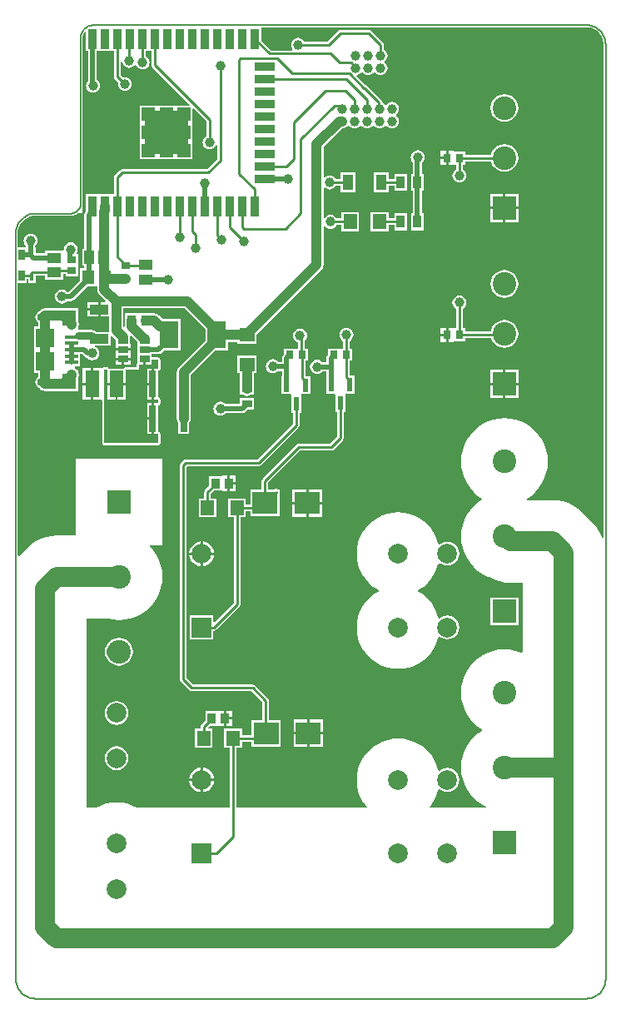
<source format=gtl>
G04 Layer_Physical_Order=1*
G04 Layer_Color=255*
%FSLAX25Y25*%
%MOIN*%
G70*
G01*
G75*
%ADD10R,0.09843X0.09055*%
%ADD11R,0.03347X0.02756*%
%ADD12R,0.07480X0.03937*%
%ADD13R,0.03150X0.03740*%
%ADD14R,0.03937X0.02756*%
%ADD15R,0.02985X0.03197*%
%ADD16R,0.05236X0.05236*%
%ADD17R,0.03543X0.07874*%
%ADD18R,0.07874X0.03543*%
%ADD19R,0.07500X0.10984*%
%ADD20R,0.03937X0.02953*%
%ADD21R,0.05512X0.05906*%
%ADD22R,0.02362X0.05512*%
%ADD23R,0.03175X0.05151*%
%ADD24R,0.05906X0.05512*%
%ADD25R,0.03543X0.04134*%
%ADD26R,0.03740X0.02756*%
%ADD27R,0.04331X0.06299*%
%ADD28R,0.01575X0.03150*%
%ADD29R,0.02559X0.04488*%
%ADD30R,0.05512X0.04331*%
%ADD31R,0.02953X0.10630*%
%ADD32R,0.05719X0.10646*%
%ADD33R,0.03740X0.04134*%
%ADD34R,0.05512X0.06299*%
%ADD35R,0.07480X0.07480*%
%ADD36R,0.05315X0.01575*%
%ADD37R,0.04940X0.05733*%
%ADD38R,0.04152X0.05339*%
%ADD39C,0.03937*%
%ADD40C,0.07874*%
%ADD41C,0.01969*%
%ADD42C,0.00984*%
%ADD43C,0.01000*%
%ADD44C,0.02953*%
%ADD45R,0.17717X0.17717*%
%ADD46C,0.00787*%
%ADD47C,0.03937*%
%ADD48C,0.01969*%
%ADD49C,0.07874*%
%ADD50R,0.07874X0.07874*%
%ADD51R,0.09449X0.09449*%
%ADD52C,0.09449*%
%ADD53O,0.06299X0.03543*%
G36*
X307878Y472428D02*
X310247D01*
Y474409D01*
X312992D01*
Y470682D01*
X311128D01*
Y464567D01*
Y458452D01*
X312992D01*
Y456902D01*
X311128D01*
Y450787D01*
Y444672D01*
X312992D01*
Y440945D01*
X291339D01*
Y470472D01*
X292503D01*
Y464967D01*
X299822D01*
Y470472D01*
X305118D01*
Y472428D01*
X307078D01*
Y474606D01*
X307878D01*
Y472428D01*
D02*
G37*
G36*
X486314Y607193D02*
X487602Y606660D01*
X488760Y605886D01*
X489745Y604901D01*
X490518Y603743D01*
X491051Y602456D01*
X491323Y601090D01*
Y600394D01*
X491323Y403012D01*
X490830Y402930D01*
X490703Y403304D01*
X489745Y405248D01*
X488540Y407050D01*
X487111Y408680D01*
X482499Y413292D01*
X480869Y414721D01*
X479067Y415926D01*
X477123Y416884D01*
X475070Y417581D01*
X472944Y418004D01*
X470781Y418146D01*
X460902D01*
X460680Y418294D01*
Y418794D01*
X462143Y419771D01*
X463850Y421268D01*
X465347Y422976D01*
X466609Y424864D01*
X467613Y426900D01*
X468343Y429051D01*
X468786Y431278D01*
X468935Y433544D01*
X468786Y435810D01*
X468343Y438037D01*
X467613Y440187D01*
X466609Y442224D01*
X465347Y444112D01*
X463850Y445819D01*
X462143Y447316D01*
X460255Y448578D01*
X458218Y449582D01*
X456068Y450312D01*
X453841Y450755D01*
X451575Y450904D01*
X449309Y450755D01*
X447082Y450312D01*
X444931Y449582D01*
X442895Y448578D01*
X441007Y447316D01*
X439299Y445819D01*
X437802Y444112D01*
X436541Y442224D01*
X435536Y440187D01*
X434806Y438037D01*
X434363Y435810D01*
X434215Y433544D01*
X434363Y431278D01*
X434806Y429051D01*
X435536Y426900D01*
X436541Y424864D01*
X437802Y422976D01*
X439299Y421268D01*
X441007Y419771D01*
X442469Y418794D01*
Y418294D01*
X441007Y417316D01*
X439299Y415819D01*
X437802Y414112D01*
X436541Y412224D01*
X435536Y410187D01*
X434806Y408037D01*
X434363Y405810D01*
X434215Y403544D01*
X434363Y401278D01*
X434806Y399051D01*
X435536Y396900D01*
X436541Y394864D01*
X437802Y392976D01*
X439299Y391268D01*
X441007Y389771D01*
X442895Y388510D01*
X444931Y387505D01*
X445606Y387276D01*
X445684Y387224D01*
X447628Y386265D01*
X449681Y385568D01*
X451807Y385146D01*
X453970Y385004D01*
X458823D01*
Y357238D01*
X458398Y356974D01*
X458218Y357063D01*
X456068Y357793D01*
X453841Y358236D01*
X451575Y358384D01*
X449309Y358236D01*
X447082Y357793D01*
X444931Y357063D01*
X442895Y356058D01*
X441007Y354797D01*
X439299Y353300D01*
X437802Y351592D01*
X436541Y349704D01*
X435536Y347668D01*
X434806Y345517D01*
X434363Y343290D01*
X434215Y341024D01*
X434363Y338758D01*
X434806Y336531D01*
X435536Y334381D01*
X436541Y332344D01*
X437802Y330456D01*
X439299Y328749D01*
X441007Y327252D01*
X442469Y326274D01*
Y325774D01*
X441007Y324797D01*
X439299Y323300D01*
X437802Y321592D01*
X436541Y319704D01*
X435536Y317668D01*
X434806Y315517D01*
X434363Y313290D01*
X434215Y311024D01*
X434363Y308758D01*
X434806Y306531D01*
X435536Y304381D01*
X436541Y302344D01*
X437802Y300456D01*
X439299Y298749D01*
X441007Y297252D01*
X442895Y295990D01*
X444128Y295382D01*
X444011Y294882D01*
X421814D01*
X421608Y295337D01*
X422202Y296015D01*
X423406Y297817D01*
X424365Y299761D01*
X425061Y301814D01*
X425149Y302256D01*
X425701Y302464D01*
X426351Y301965D01*
X427503Y301487D01*
X428740Y301325D01*
X429977Y301487D01*
X431129Y301965D01*
X432119Y302724D01*
X432878Y303713D01*
X433355Y304866D01*
X433518Y306102D01*
X433355Y307339D01*
X432878Y308491D01*
X432119Y309481D01*
X431129Y310240D01*
X429977Y310718D01*
X428740Y310880D01*
X427503Y310718D01*
X426351Y310240D01*
X425701Y309741D01*
X425149Y309948D01*
X425061Y310391D01*
X424365Y312444D01*
X423406Y314388D01*
X422202Y316190D01*
X420773Y317820D01*
X419143Y319249D01*
X417341Y320453D01*
X415396Y321412D01*
X413344Y322109D01*
X411218Y322532D01*
X409055Y322673D01*
X406892Y322532D01*
X404766Y322109D01*
X402714Y321412D01*
X400770Y320453D01*
X398967Y319249D01*
X397338Y317820D01*
X395908Y316190D01*
X394704Y314388D01*
X393746Y312444D01*
X393049Y310391D01*
X392626Y308265D01*
X392484Y306102D01*
X392626Y303940D01*
X393049Y301814D01*
X393746Y299761D01*
X394704Y297817D01*
X395908Y296015D01*
X396502Y295337D01*
X396296Y294882D01*
X344239D01*
Y319082D01*
X346469D01*
Y321509D01*
X350381D01*
Y319476D01*
X361824D01*
Y330131D01*
X357231D01*
Y337795D01*
X357130Y338302D01*
X356843Y338733D01*
X351725Y343851D01*
X351295Y344138D01*
X350787Y344239D01*
X326927D01*
X324160Y347006D01*
Y431341D01*
X324565Y431745D01*
X353150D01*
X353657Y431846D01*
X354087Y432134D01*
X369047Y447094D01*
X369335Y447524D01*
X369436Y448032D01*
Y453137D01*
X370091D01*
Y460117D01*
X370091Y460249D01*
X370409Y460617D01*
X373832D01*
Y467729D01*
X371904D01*
Y473979D01*
X372871D01*
Y478777D01*
X371483D01*
Y481760D01*
X371711Y481935D01*
X372154Y482513D01*
X372433Y483187D01*
X372529Y483909D01*
X372433Y484632D01*
X372154Y485306D01*
X371711Y485884D01*
X371132Y486328D01*
X370459Y486607D01*
X369736Y486702D01*
X369013Y486607D01*
X368340Y486328D01*
X367761Y485884D01*
X367318Y485306D01*
X367039Y484632D01*
X366944Y483909D01*
X367039Y483187D01*
X367318Y482513D01*
X367761Y481935D01*
X368340Y481491D01*
X368832Y481287D01*
Y479130D01*
X368478Y478777D01*
X367934Y478777D01*
X367786Y478777D01*
X363349D01*
Y476552D01*
X363084Y476286D01*
X362689Y475696D01*
X362551Y475000D01*
X362551Y475000D01*
Y473410D01*
X361009D01*
X360780Y473709D01*
X360201Y474153D01*
X359528Y474432D01*
X358805Y474527D01*
X358083Y474432D01*
X357409Y474153D01*
X356831Y473709D01*
X356387Y473131D01*
X356108Y472457D01*
X356013Y471735D01*
X356108Y471012D01*
X356387Y470338D01*
X356831Y469760D01*
X357409Y469316D01*
X358083Y469037D01*
X358805Y468942D01*
X359528Y469037D01*
X360201Y469316D01*
X360780Y469760D01*
X360789Y469772D01*
X362551D01*
Y467729D01*
X362389D01*
Y460617D01*
X365812D01*
X366129Y460249D01*
X366129Y460117D01*
Y453137D01*
X366785D01*
Y448581D01*
X352601Y434396D01*
X324016D01*
X323509Y434295D01*
X323078Y434008D01*
X321897Y432827D01*
X321610Y432397D01*
X321509Y431890D01*
Y346457D01*
X321610Y345949D01*
X321897Y345519D01*
X325441Y341976D01*
X325871Y341689D01*
X326378Y341588D01*
X350238D01*
X354580Y337246D01*
Y330131D01*
X350381D01*
Y324160D01*
X346469D01*
Y326587D01*
X339357D01*
Y319082D01*
X341588D01*
Y294882D01*
X304506D01*
X302601Y295821D01*
X300549Y296518D01*
X298423Y296941D01*
X296260Y297083D01*
X294097Y296941D01*
X291971Y296518D01*
X289918Y295821D01*
X288013Y294882D01*
X284288D01*
Y370830D01*
X292169D01*
X292751Y370633D01*
X294978Y370190D01*
X297244Y370041D01*
X299510Y370190D01*
X301737Y370633D01*
X303888Y371362D01*
X305924Y372367D01*
X307812Y373628D01*
X309520Y375126D01*
X311017Y376833D01*
X312278Y378721D01*
X313283Y380758D01*
X314013Y382908D01*
X314456Y385135D01*
X314604Y387401D01*
X314456Y389667D01*
X314013Y391894D01*
X313283Y394044D01*
X312278Y396081D01*
X311017Y397969D01*
X309606Y399578D01*
X309749Y400078D01*
X314567D01*
Y434724D01*
X279921D01*
Y403972D01*
X272329D01*
X270166Y403830D01*
X268040Y403407D01*
X265988Y402711D01*
X264044Y401752D01*
X262241Y400548D01*
X260612Y399118D01*
X257170Y395677D01*
X256708Y395868D01*
X256708Y505105D01*
X260170D01*
Y506832D01*
X260814D01*
Y505105D01*
X263989D01*
Y507935D01*
X267704D01*
Y506287D01*
X274816D01*
Y508624D01*
X275873D01*
Y507763D01*
X280820D01*
Y511791D01*
X280820Y512119D01*
X280820Y512619D01*
Y516646D01*
X280582D01*
X280515Y516783D01*
X280387Y517146D01*
X280650Y517781D01*
X280745Y518504D01*
X280650Y519227D01*
X280371Y519900D01*
X279927Y520478D01*
X279349Y520922D01*
X278676Y521201D01*
X277953Y521296D01*
X277230Y521201D01*
X276557Y520922D01*
X275978Y520478D01*
X275535Y519900D01*
X275255Y519227D01*
X275160Y518504D01*
X275164Y518479D01*
X274706Y518123D01*
X267704D01*
Y516977D01*
X263989D01*
Y519304D01*
X263630D01*
Y519953D01*
X263786Y520073D01*
X264229Y520651D01*
X264508Y521324D01*
X264603Y522047D01*
X264508Y522770D01*
X264229Y523443D01*
X263786Y524022D01*
X263207Y524466D01*
X262534Y524745D01*
X261811Y524840D01*
X261088Y524745D01*
X260415Y524466D01*
X259837Y524022D01*
X259393Y523443D01*
X259114Y522770D01*
X259019Y522047D01*
X259114Y521324D01*
X259393Y520651D01*
X259837Y520073D01*
X259992Y519953D01*
Y519304D01*
X256708D01*
Y525606D01*
X256980Y526972D01*
X257513Y528260D01*
X258287Y529418D01*
X259272Y530403D01*
X260430Y531176D01*
X261717Y531709D01*
X263083Y531981D01*
X277953D01*
X277972Y531985D01*
X277992Y531982D01*
X278378Y532001D01*
X278436Y532016D01*
X278495D01*
X279252Y532166D01*
X279325Y532197D01*
X279403Y532212D01*
X280116Y532507D01*
X280182Y532551D01*
X280255Y532581D01*
X280896Y533010D01*
X280929Y533043D01*
X281890D01*
X282202Y533105D01*
X282467Y533282D01*
X282643Y533546D01*
X282705Y533858D01*
Y603639D01*
X282858Y604408D01*
X283184Y605194D01*
X283503Y605672D01*
X284003Y605520D01*
Y598019D01*
X284756D01*
Y585969D01*
X284373Y585471D01*
X284094Y584797D01*
X283999Y584075D01*
X284094Y583352D01*
X284373Y582679D01*
X284817Y582100D01*
X285395Y581657D01*
X286069Y581378D01*
X286791Y581282D01*
X287514Y581378D01*
X288188Y581657D01*
X288766Y582100D01*
X289210Y582679D01*
X289489Y583352D01*
X289584Y584075D01*
X289489Y584797D01*
X289210Y585471D01*
X288766Y586049D01*
X288394Y586335D01*
Y598019D01*
X295249D01*
Y587677D01*
X295350Y587170D01*
X295638Y586740D01*
X296938Y585439D01*
X296909Y585368D01*
X296814Y584646D01*
X296909Y583923D01*
X297188Y583250D01*
X297632Y582671D01*
X298210Y582227D01*
X298884Y581948D01*
X299606Y581853D01*
X300329Y581948D01*
X301003Y582227D01*
X301581Y582671D01*
X302025Y583250D01*
X302304Y583923D01*
X302399Y584646D01*
X302304Y585368D01*
X302025Y586042D01*
X301581Y586620D01*
X301003Y587064D01*
X300329Y587343D01*
X299606Y587438D01*
X298884Y587343D01*
X298813Y587314D01*
X297900Y588226D01*
Y593811D01*
X298400Y593844D01*
X298484Y593209D01*
X298763Y592535D01*
X299207Y591957D01*
X299785Y591513D01*
X300458Y591234D01*
X301181Y591139D01*
X301904Y591234D01*
X302577Y591513D01*
X303156Y591957D01*
X303534Y592450D01*
X303882Y592447D01*
X304078Y592385D01*
X304275Y591911D01*
X304718Y591333D01*
X305297Y590889D01*
X305970Y590610D01*
X306693Y590515D01*
X307416Y590610D01*
X308089Y590889D01*
X308667Y591333D01*
X309111Y591911D01*
X309390Y592584D01*
X309485Y593307D01*
X309390Y594030D01*
X309111Y594703D01*
X308667Y595282D01*
X308089Y595725D01*
X308018Y595755D01*
Y598019D01*
X310249D01*
Y592362D01*
X310350Y591855D01*
X310638Y591425D01*
X325604Y576459D01*
X325412Y575997D01*
X319909D01*
Y575997D01*
X319520D01*
Y575997D01*
X312684D01*
Y575997D01*
X312296D01*
Y575997D01*
X305460D01*
Y569161D01*
X305460D01*
Y568772D01*
X305460D01*
Y561936D01*
X305460D01*
Y561548D01*
X305460D01*
Y554712D01*
X312296D01*
Y554712D01*
X312684D01*
Y554712D01*
X319520D01*
Y554712D01*
X319909D01*
Y554712D01*
X326745D01*
Y561548D01*
X326745D01*
Y561936D01*
X326745D01*
Y568772D01*
X326745D01*
Y569161D01*
X326745D01*
Y574664D01*
X327207Y574856D01*
X332139Y569923D01*
Y563865D01*
X332068Y563836D01*
X331490Y563392D01*
X331046Y562814D01*
X330767Y562140D01*
X330672Y561417D01*
X330767Y560695D01*
X331046Y560021D01*
X331490Y559443D01*
X332068Y558999D01*
X332742Y558720D01*
X333465Y558625D01*
X334187Y558720D01*
X334861Y558999D01*
X335439Y559443D01*
X335883Y560021D01*
X335970Y560231D01*
X336470Y560132D01*
Y554486D01*
X332522Y550538D01*
X298425D01*
X297918Y550437D01*
X297488Y550150D01*
X295638Y548299D01*
X295350Y547869D01*
X295249Y547362D01*
Y540564D01*
X284003D01*
Y533663D01*
X283950Y533609D01*
X283555Y533019D01*
X283417Y532323D01*
X283417Y532323D01*
Y518824D01*
X282455D01*
Y511885D01*
X283417D01*
Y511147D01*
X281668D01*
Y505894D01*
X277199Y501426D01*
X276503D01*
X276384Y501581D01*
X275806Y502025D01*
X275132Y502304D01*
X274410Y502399D01*
X273687Y502304D01*
X273013Y502025D01*
X272435Y501581D01*
X271991Y501003D01*
X271712Y500329D01*
X271617Y499606D01*
X271712Y498884D01*
X271991Y498210D01*
X272435Y497632D01*
X273013Y497188D01*
X273687Y496909D01*
X274410Y496814D01*
X275132Y496909D01*
X275806Y497188D01*
X276384Y497632D01*
X276503Y497787D01*
X277953D01*
X277953Y497787D01*
X278649Y497926D01*
X279239Y498320D01*
X284733Y503814D01*
X288546D01*
Y502469D01*
X288641Y501747D01*
X288920Y501073D01*
X289364Y500495D01*
X291940Y497919D01*
X291749Y497457D01*
X289870D01*
Y494488D01*
Y491520D01*
X293378D01*
Y486114D01*
X293416Y485822D01*
X293086Y485446D01*
X289102D01*
X288878Y485490D01*
X288068D01*
X287947Y485611D01*
X287194Y486114D01*
X286306Y486290D01*
X281320D01*
X280912Y486750D01*
X280918Y486995D01*
D01*
X281035Y487447D01*
X281044Y487466D01*
X281139Y488189D01*
Y488583D01*
X281044Y489305D01*
X280918Y489608D01*
Y494895D01*
X274985D01*
X274803Y494918D01*
X267717D01*
X266994Y494823D01*
X266320Y494544D01*
X265742Y494101D01*
X265488Y493770D01*
X265042Y493585D01*
X264505Y493173D01*
X264092Y492635D01*
X263833Y492010D01*
X263745Y491339D01*
X263833Y490667D01*
X264092Y490042D01*
X264505Y489504D01*
X264924Y489182D01*
Y487611D01*
X263176D01*
Y478531D01*
X263176D01*
Y478162D01*
X263176D01*
Y469082D01*
X264924D01*
Y467511D01*
X264505Y467188D01*
X264092Y466651D01*
X263833Y466026D01*
X263745Y465354D01*
X263833Y464683D01*
X264092Y464057D01*
X264505Y463520D01*
X265042Y463108D01*
X265489Y462923D01*
X265742Y462593D01*
X266320Y462149D01*
X266994Y461870D01*
X267717Y461775D01*
X274803D01*
X274984Y461798D01*
X280918D01*
Y467085D01*
X281044Y467388D01*
X281139Y468110D01*
Y468504D01*
X281044Y469227D01*
X280918Y469530D01*
Y469698D01*
X280849D01*
X280765Y469900D01*
X280321Y470478D01*
X279743Y470922D01*
X279705Y470938D01*
X279505Y471562D01*
X279555Y471641D01*
X281705D01*
Y476527D01*
X282430D01*
X283359Y475598D01*
X283359Y475597D01*
X283949Y475203D01*
X284322Y475129D01*
X284490Y474909D01*
X285069Y474466D01*
X285742Y474187D01*
X286465Y474091D01*
X287188Y474187D01*
X287861Y474466D01*
X288439Y474909D01*
X288883Y475488D01*
X289162Y476161D01*
X289257Y476884D01*
X289162Y477607D01*
X288883Y478280D01*
X288439Y478858D01*
X287861Y479302D01*
X287604Y479409D01*
X287703Y479909D01*
X293910D01*
Y483717D01*
X294410Y483924D01*
X296052Y482282D01*
Y480724D01*
X295852D01*
Y478846D01*
X301789D01*
Y480724D01*
X301589D01*
Y483297D01*
X301611Y483465D01*
X301589Y483632D01*
Y483749D01*
X302089Y483956D01*
X304710Y481336D01*
Y476168D01*
Y473118D01*
X304541Y473005D01*
X304364Y472741D01*
X304302Y472428D01*
Y471288D01*
X299822D01*
X299510Y471226D01*
X299245Y471049D01*
X299068Y470785D01*
X299049Y470690D01*
X293275D01*
X293256Y470785D01*
X293080Y471049D01*
X292815Y471226D01*
X292503Y471288D01*
X291339D01*
X291026Y471226D01*
X290798Y471074D01*
X290640Y471005D01*
X290322Y470890D01*
X290100Y470890D01*
X287015D01*
Y464567D01*
Y458244D01*
X290023D01*
X290374Y458244D01*
X290523Y457805D01*
Y440945D01*
X290585Y440633D01*
X290762Y440368D01*
X291026Y440191D01*
X291339Y440129D01*
X312992D01*
X313304Y440191D01*
X313569Y440368D01*
X313746Y440633D01*
X313808Y440945D01*
Y444672D01*
X313746Y444985D01*
X313569Y445249D01*
X313304Y445426D01*
X313005Y445486D01*
Y456089D01*
X313304Y456149D01*
X313569Y456326D01*
X313746Y456590D01*
X313808Y456902D01*
Y458452D01*
X313746Y458764D01*
X313569Y459029D01*
X313304Y459206D01*
X313005Y459265D01*
Y469869D01*
X313304Y469928D01*
X313569Y470105D01*
X313746Y470370D01*
X313808Y470682D01*
Y474409D01*
X313746Y474722D01*
X313569Y474986D01*
X313304Y475163D01*
X312992Y475225D01*
X310247D01*
Y476527D01*
X313059D01*
X313059Y476527D01*
X313755Y476666D01*
X314345Y477060D01*
X315245Y477960D01*
X321772D01*
Y490544D01*
X315622D01*
X315441Y490568D01*
X314855D01*
X313390Y492033D01*
X312812Y492477D01*
X312138Y492756D01*
X311415Y492851D01*
X310643D01*
Y493024D01*
X305302D01*
X305302Y493024D01*
X304934D01*
Y493024D01*
X304802Y493024D01*
X299594D01*
Y490946D01*
X299567Y490880D01*
X299471Y490157D01*
X299567Y489435D01*
X299570Y489427D01*
Y487737D01*
X299332Y487554D01*
X299086Y487473D01*
X298962Y487566D01*
Y494845D01*
X323520D01*
X331771Y486595D01*
Y481909D01*
X321156Y471294D01*
X320712Y470715D01*
X320433Y470042D01*
X320338Y469319D01*
Y464567D01*
Y450787D01*
X320433Y450065D01*
X320712Y449391D01*
X320854Y449206D01*
Y444672D01*
X325406D01*
Y449206D01*
X325548Y449391D01*
X325827Y450065D01*
X325922Y450787D01*
Y464567D01*
Y468162D01*
X335720Y477960D01*
X340871D01*
Y481460D01*
X344672D01*
Y480696D01*
X352178D01*
Y484056D01*
X378352Y510230D01*
X378796Y510809D01*
X379075Y511482D01*
X379170Y512205D01*
Y527754D01*
X379670Y527923D01*
X379955Y527553D01*
X380533Y527109D01*
X381206Y526830D01*
X381929Y526735D01*
X382652Y526830D01*
X383325Y527109D01*
X383904Y527553D01*
X384347Y528131D01*
X384377Y528202D01*
X386208D01*
Y525775D01*
X393320D01*
Y533280D01*
X386208D01*
Y530853D01*
X384377D01*
X384347Y530924D01*
X383904Y531502D01*
X383325Y531946D01*
X382652Y532225D01*
X381929Y532320D01*
X381206Y532225D01*
X380533Y531946D01*
X379955Y531502D01*
X379670Y531132D01*
X379170Y531301D01*
Y542985D01*
X379670Y543187D01*
X380100Y542857D01*
X380773Y542578D01*
X381496Y542483D01*
X382219Y542578D01*
X382892Y542857D01*
X383471Y543301D01*
X383914Y543879D01*
X383944Y543950D01*
X386011D01*
Y541326D01*
X391942D01*
Y549225D01*
X386011D01*
Y546601D01*
X383944D01*
X383914Y546672D01*
X383471Y547250D01*
X382892Y547694D01*
X382219Y547973D01*
X381496Y548068D01*
X380773Y547973D01*
X380100Y547694D01*
X379670Y547364D01*
X379170Y547566D01*
Y559513D01*
X386683Y567025D01*
X387298Y567106D01*
X387971Y567385D01*
X388549Y567829D01*
X388760Y568103D01*
X389390D01*
X389600Y567829D01*
X390179Y567385D01*
X390852Y567106D01*
X391575Y567011D01*
X392298Y567106D01*
X392971Y567385D01*
X393549Y567829D01*
X393760Y568103D01*
X394390D01*
X394600Y567829D01*
X395179Y567385D01*
X395852Y567106D01*
X396575Y567011D01*
X397298Y567106D01*
X397971Y567385D01*
X398549Y567829D01*
X398760Y568103D01*
X399390D01*
X399600Y567829D01*
X400179Y567385D01*
X400852Y567106D01*
X401575Y567011D01*
X402297Y567106D01*
X402971Y567385D01*
X403549Y567829D01*
X403760Y568103D01*
X404390D01*
X404600Y567829D01*
X405179Y567385D01*
X405852Y567106D01*
X406575Y567011D01*
X407298Y567106D01*
X407971Y567385D01*
X408549Y567829D01*
X408993Y568407D01*
X409272Y569080D01*
X409367Y569803D01*
X409272Y570526D01*
X408993Y571199D01*
X408549Y571778D01*
X408275Y571988D01*
Y572618D01*
X408549Y572829D01*
X408993Y573407D01*
X409272Y574080D01*
X409367Y574803D01*
X409272Y575526D01*
X408993Y576199D01*
X408549Y576778D01*
X407971Y577221D01*
X407298Y577500D01*
X406575Y577596D01*
X405852Y577500D01*
X405179Y577221D01*
X404600Y576778D01*
X404390Y576503D01*
X403760D01*
X403549Y576778D01*
X402971Y577221D01*
X402622Y577366D01*
Y577436D01*
X402521Y577940D01*
X402236Y578368D01*
X396521Y584082D01*
X396094Y584368D01*
X395871Y584412D01*
X392407Y587876D01*
X392568Y588349D01*
X392691Y588366D01*
X393365Y588645D01*
X393943Y589088D01*
X394153Y589363D01*
X394783D01*
X394994Y589088D01*
X395572Y588645D01*
X396246Y588366D01*
X396969Y588271D01*
X397691Y588366D01*
X398365Y588645D01*
X398943Y589088D01*
X399153Y589363D01*
X399783D01*
X399994Y589088D01*
X400572Y588645D01*
X401246Y588366D01*
X401968Y588271D01*
X402691Y588366D01*
X403365Y588645D01*
X403943Y589088D01*
X404387Y589667D01*
X404666Y590340D01*
X404761Y591063D01*
X404666Y591786D01*
X404387Y592459D01*
X403943Y593038D01*
X403669Y593248D01*
Y593878D01*
X403943Y594089D01*
X404387Y594667D01*
X404666Y595340D01*
X404761Y596063D01*
X404666Y596786D01*
X404387Y597459D01*
X403943Y598037D01*
X403365Y598481D01*
X403294Y598511D01*
Y600394D01*
X403193Y600901D01*
X402906Y601331D01*
X398181Y606055D01*
X397751Y606343D01*
X397244Y606444D01*
X385830D01*
X385323Y606343D01*
X384893Y606055D01*
X380557Y601719D01*
X371345D01*
X371316Y601790D01*
X370872Y602368D01*
X370294Y602812D01*
X369620Y603091D01*
X368898Y603186D01*
X368175Y603091D01*
X367501Y602812D01*
X366923Y602368D01*
X366479Y601790D01*
X366200Y601116D01*
X366105Y600394D01*
X366200Y599671D01*
X366479Y598997D01*
X366726Y598676D01*
X366480Y598176D01*
X358029D01*
X354147Y602059D01*
Y607465D01*
X484252Y607465D01*
X484948D01*
X486314Y607193D01*
D02*
G37*
%LPC*%
G36*
X310328Y450387D02*
X308452D01*
Y444672D01*
X310328D01*
Y450387D01*
D02*
G37*
G36*
Y456902D02*
X308452D01*
Y451187D01*
X310328D01*
Y456902D01*
D02*
G37*
G36*
Y470682D02*
X308452D01*
Y464967D01*
X310328D01*
Y470682D01*
D02*
G37*
G36*
X295762Y464167D02*
X292503D01*
Y458444D01*
X295762D01*
Y464167D01*
D02*
G37*
G36*
X299822D02*
X296562D01*
Y458444D01*
X299822D01*
Y464167D01*
D02*
G37*
G36*
X310328D02*
X308452D01*
Y458452D01*
X310328D01*
Y464167D01*
D02*
G37*
G36*
X372138Y416429D02*
X366717D01*
Y411402D01*
X372138D01*
Y416429D01*
D02*
G37*
G36*
X378559D02*
X373138D01*
Y411402D01*
X378559D01*
Y416429D01*
D02*
G37*
G36*
X372138Y422457D02*
X366717D01*
Y417429D01*
X372138D01*
Y422457D01*
D02*
G37*
G36*
X330815Y401567D02*
Y397153D01*
X335229D01*
X335125Y397942D01*
X334627Y399143D01*
X333836Y400175D01*
X332805Y400966D01*
X331604Y401464D01*
X330815Y401567D01*
D02*
G37*
G36*
X335229Y396153D02*
X330815D01*
Y391740D01*
X331604Y391844D01*
X332805Y392341D01*
X333836Y393132D01*
X334627Y394164D01*
X335125Y395365D01*
X335229Y396153D01*
D02*
G37*
G36*
X409055Y413225D02*
X406892Y413083D01*
X404766Y412660D01*
X402714Y411963D01*
X400770Y411004D01*
X398967Y409800D01*
X397338Y408371D01*
X395908Y406741D01*
X394704Y404939D01*
X393746Y402995D01*
X393049Y400942D01*
X392626Y398816D01*
X392484Y396654D01*
X392626Y394491D01*
X393049Y392365D01*
X393746Y390312D01*
X394704Y388368D01*
X395908Y386566D01*
X397338Y384936D01*
X398967Y383507D01*
X400770Y382303D01*
X401100Y382140D01*
Y381640D01*
X400770Y381477D01*
X398967Y380273D01*
X397338Y378843D01*
X395908Y377214D01*
X394704Y375411D01*
X393746Y373467D01*
X393049Y371415D01*
X392626Y369289D01*
X392484Y367126D01*
X392626Y364963D01*
X393049Y362837D01*
X393746Y360785D01*
X394704Y358840D01*
X395908Y357038D01*
X397338Y355409D01*
X398967Y353979D01*
X400770Y352775D01*
X402714Y351816D01*
X404766Y351120D01*
X406892Y350697D01*
X409055Y350555D01*
X411218Y350697D01*
X413344Y351120D01*
X415396Y351816D01*
X417341Y352775D01*
X419143Y353979D01*
X420773Y355409D01*
X422202Y357038D01*
X423406Y358840D01*
X424365Y360785D01*
X425061Y362837D01*
X425149Y363280D01*
X425701Y363487D01*
X426351Y362988D01*
X427503Y362511D01*
X428740Y362348D01*
X429977Y362511D01*
X431129Y362988D01*
X432119Y363748D01*
X432878Y364737D01*
X433355Y365889D01*
X433518Y367126D01*
X433355Y368363D01*
X432878Y369515D01*
X432119Y370504D01*
X431129Y371264D01*
X429977Y371741D01*
X428740Y371904D01*
X427503Y371741D01*
X426351Y371264D01*
X425701Y370764D01*
X425149Y370972D01*
X425061Y371415D01*
X424365Y373467D01*
X423406Y375411D01*
X422202Y377214D01*
X420773Y378843D01*
X419143Y380273D01*
X417341Y381477D01*
X417010Y381640D01*
Y382140D01*
X417341Y382303D01*
X419143Y383507D01*
X420773Y384936D01*
X422202Y386566D01*
X423406Y388368D01*
X424365Y390312D01*
X425061Y392365D01*
X425149Y392808D01*
X425701Y393015D01*
X426351Y392516D01*
X427503Y392038D01*
X428740Y391876D01*
X429977Y392038D01*
X431129Y392516D01*
X432119Y393275D01*
X432878Y394265D01*
X433355Y395417D01*
X433518Y396654D01*
X433355Y397890D01*
X432878Y399043D01*
X432119Y400032D01*
X431129Y400791D01*
X429977Y401269D01*
X428740Y401431D01*
X427503Y401269D01*
X426351Y400791D01*
X425701Y400292D01*
X425149Y400499D01*
X425061Y400942D01*
X424365Y402995D01*
X423406Y404939D01*
X422202Y406741D01*
X420773Y408371D01*
X419143Y409800D01*
X417341Y411004D01*
X415396Y411963D01*
X413344Y412660D01*
X411218Y413083D01*
X409055Y413225D01*
D02*
G37*
G36*
X329815Y401567D02*
X329026Y401464D01*
X327825Y400966D01*
X326794Y400175D01*
X326002Y399143D01*
X325505Y397942D01*
X325401Y397153D01*
X329815D01*
Y401567D01*
D02*
G37*
G36*
X378559Y422457D02*
X373138D01*
Y417429D01*
X378559D01*
Y422457D01*
D02*
G37*
G36*
X351194Y458969D02*
X345657D01*
Y456544D01*
X339889D01*
X339770Y456699D01*
X339192Y457143D01*
X338518Y457422D01*
X337795Y457517D01*
X337073Y457422D01*
X336399Y457143D01*
X335821Y456699D01*
X335377Y456121D01*
X335098Y455447D01*
X335003Y454724D01*
X335098Y454002D01*
X335377Y453328D01*
X335821Y452750D01*
X336399Y452306D01*
X337073Y452027D01*
X337795Y451932D01*
X338518Y452027D01*
X339192Y452306D01*
X339770Y452750D01*
X339889Y452905D01*
X346457D01*
X346457Y452905D01*
X347153Y453044D01*
X347743Y453438D01*
X348722Y454417D01*
X351194D01*
Y458969D01*
D02*
G37*
G36*
X344012Y427870D02*
X341740D01*
Y425303D01*
X344012D01*
Y427870D01*
D02*
G37*
G36*
X286015Y464067D02*
X282655D01*
Y458244D01*
X286015D01*
Y464067D01*
D02*
G37*
G36*
X340740Y427870D02*
X338468D01*
Y427670D01*
X333354D01*
Y423799D01*
X331746Y422191D01*
X331460Y421764D01*
X331360Y421260D01*
Y418714D01*
X329121D01*
Y411208D01*
X336233D01*
Y418714D01*
X333995D01*
Y420714D01*
X335217Y421936D01*
X338468D01*
Y421736D01*
X340740D01*
Y424803D01*
Y427870D01*
D02*
G37*
G36*
X344012Y424303D02*
X341740D01*
Y421736D01*
X344012D01*
Y424303D01*
D02*
G37*
G36*
X372532Y324303D02*
X367110D01*
Y319276D01*
X372532D01*
Y324303D01*
D02*
G37*
G36*
X296260Y319542D02*
X295023Y319379D01*
X293871Y318902D01*
X292881Y318142D01*
X292122Y317153D01*
X291645Y316000D01*
X291482Y314764D01*
X291645Y313527D01*
X292122Y312375D01*
X292881Y311385D01*
X293871Y310626D01*
X295023Y310149D01*
X296260Y309986D01*
X297497Y310149D01*
X298649Y310626D01*
X299638Y311385D01*
X300398Y312375D01*
X300875Y313527D01*
X301038Y314764D01*
X300875Y316000D01*
X300398Y317153D01*
X299638Y318142D01*
X298649Y318902D01*
X297497Y319379D01*
X296260Y319542D01*
D02*
G37*
G36*
X372532Y330331D02*
X367110D01*
Y325303D01*
X372532D01*
Y330331D01*
D02*
G37*
G36*
X378953Y324303D02*
X373532D01*
Y319276D01*
X378953D01*
Y324303D01*
D02*
G37*
G36*
X335229Y305602D02*
X330815D01*
Y301189D01*
X331604Y301292D01*
X332805Y301790D01*
X333836Y302581D01*
X334627Y303613D01*
X335125Y304814D01*
X335229Y305602D01*
D02*
G37*
G36*
X329815D02*
X325401D01*
X325505Y304814D01*
X326002Y303613D01*
X326794Y302581D01*
X327825Y301790D01*
X329026Y301292D01*
X329815Y301189D01*
Y305602D01*
D02*
G37*
G36*
X330815Y311016D02*
Y306602D01*
X335229D01*
X335125Y307391D01*
X334627Y308592D01*
X333836Y309624D01*
X332805Y310415D01*
X331604Y310912D01*
X330815Y311016D01*
D02*
G37*
G36*
X329815D02*
X329026Y310912D01*
X327825Y310415D01*
X326794Y309624D01*
X326002Y308592D01*
X325505Y307391D01*
X325401Y306602D01*
X329815D01*
Y311016D01*
D02*
G37*
G36*
X297244Y362973D02*
X295802Y362783D01*
X294458Y362227D01*
X293304Y361341D01*
X292419Y360187D01*
X292338Y359994D01*
X292122Y359712D01*
X291645Y358559D01*
X291482Y357323D01*
X291645Y356086D01*
X292122Y354934D01*
X292881Y353944D01*
X293007Y353848D01*
X293304Y353461D01*
X294458Y352575D01*
X295802Y352019D01*
X297244Y351829D01*
X298686Y352019D01*
X300030Y352575D01*
X301184Y353461D01*
X302070Y354615D01*
X302626Y355959D01*
X302816Y357401D01*
X302626Y358843D01*
X302070Y360187D01*
X301184Y361341D01*
X300030Y362227D01*
X298686Y362783D01*
X297244Y362973D01*
D02*
G37*
G36*
X342437Y333775D02*
X340165D01*
Y331209D01*
X342437D01*
Y333775D01*
D02*
G37*
G36*
X329815Y396153D02*
X325401D01*
X325505Y395365D01*
X326002Y394164D01*
X326794Y393132D01*
X327825Y392341D01*
X329026Y391844D01*
X329815Y391740D01*
Y396153D01*
D02*
G37*
G36*
X457099Y379068D02*
X446050D01*
Y368019D01*
X457099D01*
Y379068D01*
D02*
G37*
G36*
X339165Y333775D02*
X336894D01*
Y333576D01*
X331779D01*
Y329838D01*
X330165Y328225D01*
X329878Y327795D01*
X329777Y327287D01*
Y326587D01*
X327547D01*
Y319082D01*
X334658D01*
Y326587D01*
X332984D01*
X332777Y327087D01*
X333531Y327842D01*
X336894D01*
Y327642D01*
X339165D01*
Y330709D01*
Y333775D01*
D02*
G37*
G36*
X378953Y330331D02*
X373532D01*
Y325303D01*
X378953D01*
Y330331D01*
D02*
G37*
G36*
X296260Y337652D02*
X295023Y337489D01*
X293871Y337012D01*
X292881Y336252D01*
X292122Y335263D01*
X291645Y334111D01*
X291482Y332874D01*
X291645Y331637D01*
X292122Y330485D01*
X292881Y329496D01*
X293871Y328736D01*
X295023Y328259D01*
X296260Y328096D01*
X297497Y328259D01*
X298649Y328736D01*
X299638Y329496D01*
X300398Y330485D01*
X300875Y331637D01*
X301038Y332874D01*
X300875Y334111D01*
X300398Y335263D01*
X299638Y336252D01*
X298649Y337012D01*
X297497Y337489D01*
X296260Y337652D01*
D02*
G37*
G36*
X342437Y330209D02*
X340165D01*
Y327642D01*
X342437D01*
Y330209D01*
D02*
G37*
G36*
X405131Y533280D02*
X398019D01*
Y525775D01*
X405131D01*
Y528202D01*
X407649D01*
Y526152D01*
X412424D01*
Y532903D01*
X407649D01*
Y530853D01*
X405131D01*
Y533280D01*
D02*
G37*
G36*
X416832Y558208D02*
X416110Y558112D01*
X415436Y557833D01*
X414858Y557390D01*
X414414Y556811D01*
X414135Y556138D01*
X414040Y555415D01*
X414135Y554692D01*
X414414Y554019D01*
X414858Y553441D01*
X414917Y553396D01*
Y548651D01*
X414348D01*
Y541900D01*
X414917D01*
Y532903D01*
X414348D01*
Y526152D01*
X419123D01*
Y532903D01*
X418555D01*
Y541900D01*
X419123D01*
Y548651D01*
X418555D01*
Y553247D01*
X418807Y553441D01*
X419251Y554019D01*
X419530Y554692D01*
X419625Y555415D01*
X419530Y556138D01*
X419251Y556811D01*
X418807Y557390D01*
X418229Y557833D01*
X417555Y558112D01*
X416832Y558208D01*
D02*
G37*
G36*
X451075Y534618D02*
X445851D01*
Y529394D01*
X451075D01*
Y534618D01*
D02*
G37*
G36*
X451575Y510218D02*
X450133Y510028D01*
X448789Y509471D01*
X447635Y508586D01*
X446749Y507432D01*
X446193Y506088D01*
X446003Y504646D01*
X446193Y503203D01*
X446749Y501860D01*
X447635Y500706D01*
X448789Y499820D01*
X450133Y499263D01*
X451575Y499074D01*
X453017Y499263D01*
X454361Y499820D01*
X455515Y500706D01*
X456400Y501860D01*
X456957Y503203D01*
X457147Y504646D01*
X456957Y506088D01*
X456400Y507432D01*
X455515Y508586D01*
X454361Y509471D01*
X453017Y510028D01*
X451575Y510218D01*
D02*
G37*
G36*
X433514Y499987D02*
X432791Y499892D01*
X432118Y499613D01*
X431539Y499169D01*
X431096Y498591D01*
X430817Y497918D01*
X430721Y497195D01*
X430817Y496472D01*
X431096Y495799D01*
X431539Y495220D01*
X432118Y494777D01*
X432237Y494727D01*
Y486922D01*
X431217D01*
Y487122D01*
X429142D01*
Y484252D01*
Y481382D01*
X431217D01*
Y481582D01*
X435938D01*
Y482927D01*
X446307D01*
X446749Y481860D01*
X447635Y480706D01*
X448789Y479820D01*
X450133Y479263D01*
X451575Y479074D01*
X453017Y479263D01*
X454361Y479820D01*
X455515Y480706D01*
X456400Y481860D01*
X456957Y483204D01*
X457147Y484646D01*
X456957Y486088D01*
X456400Y487432D01*
X455515Y488586D01*
X454361Y489471D01*
X453017Y490028D01*
X451575Y490218D01*
X450133Y490028D01*
X448789Y489471D01*
X447635Y488586D01*
X446749Y487432D01*
X446193Y486088D01*
X446126Y485577D01*
X435938D01*
Y486922D01*
X434888D01*
Y494768D01*
X434910Y494777D01*
X435488Y495220D01*
X435932Y495799D01*
X436211Y496472D01*
X436306Y497195D01*
X436211Y497918D01*
X435932Y498591D01*
X435488Y499169D01*
X434910Y499613D01*
X434236Y499892D01*
X433514Y499987D01*
D02*
G37*
G36*
X288870Y493988D02*
X284630D01*
Y491520D01*
X288870D01*
Y493988D01*
D02*
G37*
G36*
Y497457D02*
X284630D01*
Y494988D01*
X288870D01*
Y497457D01*
D02*
G37*
G36*
X457299Y534618D02*
X452075D01*
Y529394D01*
X457299D01*
Y534618D01*
D02*
G37*
G36*
X428142Y557988D02*
X426067D01*
Y555618D01*
X428142D01*
Y557988D01*
D02*
G37*
G36*
X451575Y560690D02*
X450133Y560500D01*
X448789Y559944D01*
X447635Y559058D01*
X446749Y557904D01*
X446193Y556560D01*
X446177Y556444D01*
X435938D01*
Y557788D01*
X431217D01*
Y557988D01*
X429142D01*
Y555118D01*
Y552248D01*
X431217D01*
Y552448D01*
X432237D01*
Y550549D01*
X432118Y550499D01*
X431539Y550055D01*
X431096Y549477D01*
X430817Y548803D01*
X430721Y548081D01*
X430817Y547358D01*
X431096Y546685D01*
X431539Y546106D01*
X432118Y545662D01*
X432791Y545384D01*
X433514Y545288D01*
X434236Y545384D01*
X434910Y545662D01*
X435488Y546106D01*
X435932Y546685D01*
X436211Y547358D01*
X436306Y548081D01*
X436211Y548803D01*
X435932Y549477D01*
X435488Y550055D01*
X434910Y550499D01*
X434888Y550508D01*
Y552448D01*
X435938D01*
Y553793D01*
X446177D01*
X446193Y553676D01*
X446749Y552332D01*
X447635Y551178D01*
X448789Y550293D01*
X450133Y549736D01*
X451575Y549546D01*
X453017Y549736D01*
X454361Y550293D01*
X455515Y551178D01*
X456400Y552332D01*
X456957Y553676D01*
X457147Y555118D01*
X456957Y556560D01*
X456400Y557904D01*
X455515Y559058D01*
X454361Y559944D01*
X453017Y560500D01*
X451575Y560690D01*
D02*
G37*
G36*
Y580690D02*
X450133Y580500D01*
X448789Y579944D01*
X447635Y579058D01*
X446749Y577904D01*
X446193Y576560D01*
X446003Y575118D01*
X446193Y573676D01*
X446749Y572332D01*
X447635Y571178D01*
X448789Y570293D01*
X450133Y569736D01*
X451575Y569546D01*
X453017Y569736D01*
X454361Y570293D01*
X455515Y571178D01*
X456400Y572332D01*
X456957Y573676D01*
X457147Y575118D01*
X456957Y576560D01*
X456400Y577904D01*
X455515Y579058D01*
X454361Y579944D01*
X453017Y580500D01*
X451575Y580690D01*
D02*
G37*
G36*
X428142Y554618D02*
X426067D01*
Y552248D01*
X428142D01*
Y554618D01*
D02*
G37*
G36*
X451075Y540843D02*
X445851D01*
Y535618D01*
X451075D01*
Y540843D01*
D02*
G37*
G36*
X457299D02*
X452075D01*
Y535618D01*
X457299D01*
Y540843D01*
D02*
G37*
G36*
X405328Y549225D02*
X399397D01*
Y541326D01*
X405328D01*
Y543950D01*
X407649D01*
Y541900D01*
X412424D01*
Y548651D01*
X407649D01*
Y546601D01*
X405328D01*
Y549225D01*
D02*
G37*
G36*
X428142Y487122D02*
X426067D01*
Y484752D01*
X428142D01*
Y487122D01*
D02*
G37*
G36*
X457299Y464146D02*
X452075D01*
Y458921D01*
X457299D01*
Y464146D01*
D02*
G37*
G36*
X352178Y475997D02*
X344672D01*
Y468885D01*
X345633D01*
Y462598D01*
X345657Y462417D01*
Y460322D01*
X346844D01*
X347029Y460180D01*
X347703Y459901D01*
X348425Y459806D01*
X349148Y459901D01*
X349821Y460180D01*
X350006Y460322D01*
X351194D01*
Y462417D01*
X351218Y462598D01*
Y468885D01*
X352178D01*
Y475997D01*
D02*
G37*
G36*
X451075Y464146D02*
X445851D01*
Y458921D01*
X451075D01*
Y464146D01*
D02*
G37*
G36*
X286015Y470890D02*
X282655D01*
Y465067D01*
X286015D01*
Y470890D01*
D02*
G37*
G36*
X301789Y477846D02*
X295852D01*
Y475969D01*
Y475106D01*
X301789D01*
Y475969D01*
Y477846D01*
D02*
G37*
G36*
X388295Y487044D02*
X387572Y486949D01*
X386899Y486670D01*
X386321Y486227D01*
X385877Y485648D01*
X385598Y484975D01*
X385503Y484252D01*
X385598Y483529D01*
X385877Y482856D01*
X386321Y482277D01*
X386899Y481834D01*
X386970Y481804D01*
Y479130D01*
X386616Y478777D01*
X385651Y478777D01*
X385503Y478777D01*
X381066D01*
Y476552D01*
X380800Y476286D01*
X380406Y475696D01*
X380267Y475000D01*
X380267Y475000D01*
Y473185D01*
X378726D01*
X378496Y473484D01*
X377918Y473928D01*
X377244Y474207D01*
X376522Y474302D01*
X375799Y474207D01*
X375126Y473928D01*
X374547Y473484D01*
X374103Y472906D01*
X373824Y472232D01*
X373729Y471510D01*
X373824Y470787D01*
X374103Y470114D01*
X374547Y469535D01*
X375126Y469092D01*
X375799Y468813D01*
X376522Y468717D01*
X377244Y468813D01*
X377918Y469092D01*
X378496Y469535D01*
X378505Y469547D01*
X380267D01*
Y467926D01*
X380105D01*
Y460814D01*
X383137D01*
X383604Y460726D01*
X383604Y460726D01*
D01*
X383846Y460446D01*
X383846Y460314D01*
X383846Y460306D01*
Y453334D01*
X384501D01*
Y443462D01*
X381734Y440696D01*
X369291D01*
X368784Y440595D01*
X368354Y440307D01*
X354771Y426725D01*
X354484Y426295D01*
X354383Y425787D01*
Y422257D01*
X349987D01*
Y416286D01*
X348044D01*
Y418714D01*
X340932D01*
Y411208D01*
X343163D01*
Y376927D01*
X335514Y369278D01*
X335052Y369469D01*
Y371863D01*
X325578D01*
Y362389D01*
X335052D01*
Y365800D01*
X335236D01*
X335743Y365901D01*
X336173Y366189D01*
X345426Y375441D01*
X345713Y375871D01*
X345814Y376378D01*
Y411208D01*
X348044D01*
Y413635D01*
X349987D01*
Y411601D01*
X361430D01*
Y420829D01*
X361455Y420957D01*
Y421350D01*
X361430Y421478D01*
Y422257D01*
X361088D01*
X361067Y422288D01*
X360637Y422575D01*
X360130Y422676D01*
X359623Y422575D01*
X359193Y422288D01*
X359172Y422257D01*
X357034D01*
Y425238D01*
X369840Y438045D01*
X382283D01*
X382791Y438145D01*
X383221Y438433D01*
X386764Y441976D01*
X387051Y442406D01*
X387152Y442913D01*
Y453334D01*
X387808D01*
X387808Y460306D01*
D01*
X387808Y460446D01*
X388049Y460726D01*
X388049D01*
X388049Y460726D01*
X388516Y460814D01*
X391548D01*
Y467926D01*
X389621D01*
Y473979D01*
X390588D01*
Y478777D01*
X389621D01*
Y481804D01*
X389691Y481834D01*
X390270Y482277D01*
X390714Y482856D01*
X390992Y483529D01*
X391088Y484252D01*
X390992Y484975D01*
X390714Y485648D01*
X390270Y486227D01*
X389691Y486670D01*
X389018Y486949D01*
X388295Y487044D01*
D02*
G37*
G36*
X428142Y483752D02*
X426067D01*
Y481382D01*
X428142D01*
Y483752D01*
D02*
G37*
G36*
X301789Y474106D02*
X299321D01*
Y472228D01*
X301789D01*
Y474106D01*
D02*
G37*
G36*
X451075Y470370D02*
X445851D01*
Y465146D01*
X451075D01*
Y470370D01*
D02*
G37*
G36*
X457299D02*
X452075D01*
Y465146D01*
X457299D01*
Y470370D01*
D02*
G37*
G36*
X298321Y474106D02*
X295852D01*
Y472228D01*
X298321D01*
Y474106D01*
D02*
G37*
%LPD*%
D10*
X372638Y416929D02*
D03*
X355709D02*
D03*
X373032Y324803D02*
D03*
X356102D02*
D03*
D11*
X278346Y514468D02*
D03*
Y509941D02*
D03*
D12*
X289370Y482677D02*
D03*
Y494488D02*
D03*
D13*
X428642Y555118D02*
D03*
X433563D02*
D03*
X428642Y484252D02*
D03*
X433563D02*
D03*
D14*
X307478Y474606D02*
D03*
Y478346D02*
D03*
Y482087D02*
D03*
X298821Y474606D02*
D03*
Y478346D02*
D03*
Y482087D02*
D03*
D15*
X365642Y476378D02*
D03*
X370579D02*
D03*
X383358Y476378D02*
D03*
X388295D02*
D03*
D16*
X323327Y572579D02*
D03*
Y565354D02*
D03*
Y558130D02*
D03*
X316102Y572579D02*
D03*
Y565354D02*
D03*
Y558130D02*
D03*
X308878Y572579D02*
D03*
Y565354D02*
D03*
Y558130D02*
D03*
D17*
X286575Y602756D02*
D03*
X291575D02*
D03*
X296575D02*
D03*
X301575D02*
D03*
X306575D02*
D03*
X311575D02*
D03*
X316575D02*
D03*
X321575D02*
D03*
X326575D02*
D03*
X331575D02*
D03*
X336575D02*
D03*
X341575D02*
D03*
X346575D02*
D03*
X351575D02*
D03*
Y535827D02*
D03*
X346575D02*
D03*
X341575D02*
D03*
X336575D02*
D03*
X331575D02*
D03*
X326575D02*
D03*
X321575D02*
D03*
X316575D02*
D03*
X311575D02*
D03*
X306575D02*
D03*
X301575D02*
D03*
X296575D02*
D03*
X291575D02*
D03*
X286575D02*
D03*
D18*
X355512Y591791D02*
D03*
Y586791D02*
D03*
Y581791D02*
D03*
Y576791D02*
D03*
Y571791D02*
D03*
Y566791D02*
D03*
Y561791D02*
D03*
Y556791D02*
D03*
Y551791D02*
D03*
Y546791D02*
D03*
D19*
X336321Y484252D02*
D03*
X317222D02*
D03*
D20*
X348425Y456693D02*
D03*
Y462598D02*
D03*
D21*
X344488Y414961D02*
D03*
X332677D02*
D03*
X401575Y529528D02*
D03*
X389764D02*
D03*
X342913Y322835D02*
D03*
X331102D02*
D03*
D22*
X371850Y464173D02*
D03*
X364370D02*
D03*
X368110Y456693D02*
D03*
X385827Y456890D02*
D03*
X382086Y464370D02*
D03*
X389567D02*
D03*
D23*
X410036Y529528D02*
D03*
X416736D02*
D03*
X410036Y545275D02*
D03*
X416736D02*
D03*
D24*
X348425Y472441D02*
D03*
Y484252D02*
D03*
D25*
X334350Y330709D02*
D03*
X339665D02*
D03*
X335925Y424803D02*
D03*
X341240D02*
D03*
D26*
X300000Y512106D02*
D03*
Y506791D02*
D03*
D27*
X402362Y545275D02*
D03*
X388976D02*
D03*
D28*
X262402Y507480D02*
D03*
Y516929D02*
D03*
D29*
X258090Y516260D02*
D03*
Y508150D02*
D03*
D30*
X271260Y515158D02*
D03*
Y509252D02*
D03*
X307874Y506496D02*
D03*
Y512402D02*
D03*
D31*
X310728Y464567D02*
D03*
X323130D02*
D03*
X310728Y450787D02*
D03*
X323130D02*
D03*
D32*
X296162Y464567D02*
D03*
X286515D02*
D03*
D33*
X307972Y490157D02*
D03*
X302264D02*
D03*
D34*
X277362Y465748D02*
D03*
Y490945D02*
D03*
D35*
X267717Y473622D02*
D03*
Y483071D02*
D03*
D36*
X278248Y473228D02*
D03*
Y475787D02*
D03*
Y478346D02*
D03*
Y480905D02*
D03*
Y483465D02*
D03*
D37*
X284938Y507480D02*
D03*
X291440D02*
D03*
D38*
X285332Y515354D02*
D03*
X291046D02*
D03*
D39*
X348425Y462598D02*
Y472441D01*
X307972Y490157D02*
X308071Y490059D01*
X311415D01*
X313699Y487776D01*
X315441D01*
X317222Y485994D01*
Y484252D02*
Y485994D01*
X302264Y490157D02*
X302362Y490059D01*
Y487633D02*
Y490059D01*
Y487633D02*
X307302Y482693D01*
X307478D01*
X267717Y464567D02*
Y474409D01*
Y482283D01*
Y492126D01*
X278346Y488189D02*
Y488583D01*
X274803Y492126D02*
X278346Y488583D01*
X267717Y492126D02*
X274803D01*
X267717Y464567D02*
X274803D01*
X278346Y468110D01*
Y468504D01*
X291339Y506791D02*
X300000D01*
X324677Y497638D02*
X336321Y485994D01*
Y484252D02*
Y485994D01*
X296170Y497638D02*
X324677D01*
X296170Y486114D02*
Y497638D01*
Y486114D02*
X298819Y483465D01*
X291339Y502469D02*
X296170Y497638D01*
X296170D01*
X349410Y485039D02*
Y485236D01*
X348622Y484252D02*
X349410Y485039D01*
X323130Y469319D02*
X336321Y482510D01*
Y484252D01*
X323130Y464567D02*
Y469319D01*
Y450787D02*
Y464567D01*
X336321Y484252D02*
X348425D01*
X348622D01*
X291575Y534055D02*
Y535827D01*
X291142Y533622D02*
X291575Y534055D01*
X291142Y515354D02*
Y533622D01*
Y507480D02*
Y515354D01*
Y507480D02*
X291339Y507283D01*
Y502469D02*
Y506791D01*
Y507283D01*
X349410Y485236D02*
X376378Y512205D01*
Y560669D01*
X385512Y569803D01*
X386575D01*
D40*
X296260Y357323D02*
X296260Y357323D01*
X451575Y311024D02*
X475394D01*
X452001Y403543D02*
X453970Y401575D01*
X451575Y403543D02*
X452001D01*
X267717Y382788D02*
X272329Y387401D01*
X297244D01*
X470781Y401575D02*
X475394Y396962D01*
Y311024D02*
Y396962D01*
X453970Y401575D02*
X470781D01*
X267717Y247132D02*
X272329Y242520D01*
X267717Y247132D02*
Y382788D01*
X272329Y242520D02*
X470781D01*
X475394Y247132D01*
Y311024D01*
D41*
X307478Y478346D02*
X313059D01*
X317222Y482510D01*
Y484252D01*
X278346Y473228D02*
Y475787D01*
Y478346D01*
X285236Y507480D02*
Y515354D01*
X278346Y478346D02*
Y479921D01*
X365642Y476272D02*
Y476378D01*
X364370Y475000D02*
X365642Y476272D01*
X383358Y476272D02*
Y476378D01*
X382086Y475000D02*
X383358Y476272D01*
X376665Y471366D02*
X382086D01*
Y464370D02*
Y471366D01*
Y475000D01*
X358949Y471591D02*
X364370D01*
X416736Y529528D02*
Y545275D01*
Y555318D01*
X261417Y516339D02*
X261614Y516535D01*
X262992Y515158D02*
X270472D01*
X261614Y516929D02*
X261811Y517126D01*
Y522047D01*
X274410Y499606D02*
X277953D01*
X285236Y506890D01*
Y507480D01*
X278346Y478346D02*
X283183D01*
X284646Y476884D01*
X286465D01*
X307874Y506496D02*
X316732D01*
X364370Y464173D02*
Y471591D01*
Y475000D01*
X376378Y471654D02*
X376522Y471510D01*
X376665Y471366D01*
X416736Y555318D02*
X416832Y555415D01*
X416929Y555512D01*
X286575Y533661D02*
Y535827D01*
X285236Y532323D02*
X286575Y533661D01*
X285236Y515354D02*
Y532323D01*
X277559Y518110D02*
X277953Y518504D01*
X277559Y514468D02*
Y518110D01*
X355512Y546791D02*
X364901D01*
X286575Y584291D02*
Y602756D01*
X261614Y516535D02*
X262992Y515158D01*
X258090Y516339D02*
X261417D01*
X261614Y516535D02*
Y516929D01*
X286575Y584291D02*
X287008Y583858D01*
X316732Y506496D02*
X316929Y506299D01*
X364901Y546791D02*
X364931Y546821D01*
X364961Y546850D01*
X346457Y454724D02*
X348425Y456693D01*
X337795Y454724D02*
X346457D01*
X331496Y544488D02*
X331535Y544449D01*
Y535866D02*
Y544449D01*
Y535866D02*
X331575Y535827D01*
D42*
X335925Y424508D02*
Y424803D01*
X332677Y421260D02*
X335925Y424508D01*
X332677Y414961D02*
Y421260D01*
X257303Y508150D02*
X261319D01*
X261614Y508268D02*
X262598Y509252D01*
X270472D01*
X271161Y509941D02*
X277559D01*
X270472Y509252D02*
X271161Y509941D01*
X345276Y548819D02*
X351575Y542520D01*
X345276Y548819D02*
Y594278D01*
X345852Y594855D01*
X351575Y535827D02*
Y542520D01*
X360657Y594855D02*
X366647Y588865D01*
X345852Y594855D02*
X360657D01*
X389555Y588865D02*
X395270Y583151D01*
X395589D01*
X401304Y577436D01*
Y576137D02*
Y577436D01*
Y576137D02*
X401575Y575866D01*
X366647Y588865D02*
X389555D01*
D43*
X353740Y414961D02*
X355709Y416929D01*
X344488Y414961D02*
X353740D01*
X344488Y376378D02*
Y414961D01*
X335236Y367126D02*
X344488Y376378D01*
X342913Y322835D02*
X353740D01*
X334350Y330413D02*
Y330709D01*
X333079Y329142D02*
X334350Y330413D01*
X332957Y329142D02*
X333079D01*
X331102Y327287D02*
X332957Y329142D01*
X331102Y322835D02*
Y327287D01*
X360130Y420957D02*
Y421350D01*
X342913Y283268D02*
Y322835D01*
X336220Y276575D02*
X342913Y283268D01*
X300000Y512106D02*
X307578D01*
X307874Y512402D01*
X371850Y464173D02*
Y465748D01*
X370579Y467020D02*
X371850Y465748D01*
X389567Y464370D02*
Y465945D01*
X388295Y467217D02*
X389567Y465945D01*
X388295Y467217D02*
Y476378D01*
X353150Y433071D02*
X368110Y448032D01*
Y456693D01*
X324016Y433071D02*
X353150D01*
X326378Y342913D02*
X350787D01*
X355906Y337795D01*
Y325000D02*
Y337795D01*
X355709Y416929D02*
Y425787D01*
X369291Y439370D01*
X382283D01*
X385827Y442913D01*
Y456890D01*
X402362Y545275D02*
X410036D01*
X401575Y529528D02*
X410036D01*
X433563Y484252D02*
X452756D01*
X433563Y484252D02*
X433563Y484252D01*
X433563Y555118D02*
X452756D01*
X433563Y555118D02*
X433563Y555118D01*
X296575Y515531D02*
Y535827D01*
Y515531D02*
X298630Y513476D01*
Y512984D02*
Y513476D01*
Y512984D02*
X299508Y512106D01*
X300000D01*
X381102Y529528D02*
X381102Y529528D01*
X381496Y545275D02*
X388976D01*
X306693Y593307D02*
Y602638D01*
X306575Y602756D02*
X306693Y602638D01*
X301181Y593932D02*
Y602362D01*
X301575Y602756D01*
X296575Y587677D02*
X299606Y584646D01*
X296575Y587677D02*
Y602756D01*
X363779Y526772D02*
X370079Y533071D01*
X347161Y526772D02*
X363779D01*
X346575Y527357D02*
X347161Y526772D01*
X346575Y527357D02*
Y535827D01*
X355512Y586791D02*
X388248D01*
X396575Y578465D01*
X370079Y533071D02*
Y562520D01*
X383425Y575866D01*
X367323Y569291D02*
X380040Y582009D01*
X388031D01*
X391575Y578465D01*
X364173Y551575D02*
X367323Y554724D01*
Y569291D01*
X355728Y551575D02*
X364173D01*
X355512Y551791D02*
X355728Y551575D01*
X311575Y592362D02*
Y602756D01*
X333465Y561417D02*
Y570472D01*
X311575Y592362D02*
X333465Y570472D01*
X381102Y529528D02*
X381929D01*
X389764D01*
X296575Y535827D02*
Y547362D01*
X298425Y549213D01*
X351575Y602756D02*
X357480Y596850D01*
X385830Y605118D02*
X397244D01*
X381106Y600394D02*
X385830Y605118D01*
X368898Y600394D02*
X381106D01*
X397244Y605118D02*
X401968Y600394D01*
X433563Y548130D02*
Y555118D01*
Y484252D02*
Y497146D01*
X388295Y476378D02*
Y484252D01*
X321575Y523307D02*
Y535827D01*
X326575Y525787D02*
Y535827D01*
X321575Y523307D02*
X321614Y523268D01*
X321654Y523228D01*
X370579Y467020D02*
Y476378D01*
X326575Y525787D02*
X327953Y524409D01*
Y518898D02*
Y524409D01*
X370157Y476799D02*
Y483488D01*
Y476799D02*
X370579Y476378D01*
X369736Y483909D02*
X370157Y483488D01*
X336575Y524055D02*
Y535827D01*
Y524055D02*
X338189Y522441D01*
X341575Y527323D02*
X347244Y521654D01*
X341575Y527323D02*
Y535827D01*
X433465Y497244D02*
X433563Y497146D01*
X433465Y548032D02*
X433514Y548081D01*
X433563Y548130D01*
X396575Y575866D02*
Y578465D01*
X391575Y575866D02*
Y578465D01*
X383425Y575866D02*
X386575D01*
X357480Y596850D02*
X381898D01*
X401968Y597126D02*
Y600394D01*
X390102Y593307D02*
X391283Y592126D01*
X391968D01*
X385441Y593307D02*
X390102D01*
X381898Y596850D02*
X385441Y593307D01*
X330315Y276575D02*
X336220D01*
X353740Y322835D02*
X355906Y325000D01*
X330315Y367126D02*
X335236D01*
X322835Y346457D02*
Y431890D01*
X324016Y433071D01*
X322835Y346457D02*
X326378Y342913D01*
X337795Y553937D02*
Y592126D01*
X298425Y549213D02*
X333071D01*
X337795Y553937D01*
D44*
X286306Y483969D02*
X287106Y483169D01*
X288878D02*
X289370Y482677D01*
X287106Y483169D02*
X288878D01*
X280772Y483969D02*
X286306D01*
D45*
X316122Y565354D02*
D03*
D46*
X287008Y608268D02*
X286009Y608169D01*
X285049Y607878D01*
X284164Y607405D01*
X283389Y606769D01*
X282752Y605993D01*
X282279Y605108D01*
X281988Y604148D01*
X281890Y603150D01*
X277953Y532784D02*
X278972Y532918D01*
X279921Y533312D01*
X280737Y533937D01*
X281362Y534753D01*
X281756Y535702D01*
X281890Y536721D01*
X263780Y532784D02*
X262752Y532717D01*
X261742Y532516D01*
X260766Y532185D01*
X259843Y531729D01*
X258986Y531157D01*
X258212Y530478D01*
X257533Y529703D01*
X256961Y528847D01*
X256505Y527923D01*
X256174Y526948D01*
X255973Y525938D01*
X255906Y524910D01*
X255905Y226378D02*
X255973Y225350D01*
X256174Y224340D01*
X256505Y223365D01*
X256960Y222441D01*
X257533Y221585D01*
X258212Y220810D01*
X258986Y220131D01*
X259842Y219559D01*
X260766Y219103D01*
X261742Y218772D01*
X262752Y218571D01*
X263779Y218504D01*
X484252D02*
X485280Y218571D01*
X486290Y218772D01*
X487265Y219103D01*
X488189Y219559D01*
X489045Y220131D01*
X489820Y220810D01*
X490499Y221585D01*
X491071Y222441D01*
X491527Y223365D01*
X491858Y224340D01*
X492059Y225350D01*
X492126Y226378D01*
X492126Y600394D02*
X492059Y601421D01*
X491858Y602432D01*
X491527Y603407D01*
X491071Y604331D01*
X490499Y605187D01*
X489820Y605962D01*
X489045Y606641D01*
X488189Y607213D01*
X487265Y607668D01*
X486290Y608000D01*
X485280Y608200D01*
X484252Y608268D01*
X255905Y226378D02*
X255905Y524910D01*
X287008Y608268D02*
X484252Y608268D01*
X281890Y536684D02*
Y603150D01*
X263780Y532784D02*
X277953D01*
X492126Y226378D02*
X492126Y600394D01*
X263779Y218504D02*
X484252D01*
D47*
X406575Y574803D02*
D03*
X401575D02*
D03*
X406575Y569803D02*
D03*
X401575D02*
D03*
X396575Y574803D02*
D03*
X391575D02*
D03*
X396575Y569803D02*
D03*
X391575D02*
D03*
X386575Y574803D02*
D03*
Y569803D02*
D03*
X391968Y591063D02*
D03*
X396969D02*
D03*
X391968Y596063D02*
D03*
X396969D02*
D03*
X401968Y591063D02*
D03*
Y596063D02*
D03*
X295336Y450078D02*
D03*
Y455984D02*
D03*
X304331Y455905D02*
D03*
Y462205D02*
D03*
Y467717D02*
D03*
Y450000D02*
D03*
X376522Y471510D02*
D03*
X358805Y471735D02*
D03*
X416832Y555415D02*
D03*
X261811Y522047D02*
D03*
X274410Y499606D02*
D03*
X286465Y476884D02*
D03*
X316831Y506398D02*
D03*
X381496Y545275D02*
D03*
X381929Y529528D02*
D03*
X306693Y593307D02*
D03*
X301181Y593932D02*
D03*
X299606Y584646D02*
D03*
X333465Y561417D02*
D03*
X337795Y592126D02*
D03*
X368898Y600394D02*
D03*
X433514Y548081D02*
D03*
Y497195D02*
D03*
X388295Y484252D02*
D03*
X321614Y523268D02*
D03*
X327953Y518898D02*
D03*
X369736Y483909D02*
D03*
X347244Y521654D02*
D03*
X338189Y522441D02*
D03*
X277953Y518504D02*
D03*
X364931Y546821D02*
D03*
X286791Y584075D02*
D03*
X337795Y454724D02*
D03*
X331496Y544882D02*
D03*
D48*
X323327Y568966D02*
D03*
Y561742D02*
D03*
X319714Y572579D02*
D03*
Y565354D02*
D03*
Y558130D02*
D03*
X316102Y568966D02*
D03*
Y561742D02*
D03*
X312490Y572579D02*
D03*
Y565354D02*
D03*
Y558130D02*
D03*
X308878Y568966D02*
D03*
Y561742D02*
D03*
D49*
X296260Y262402D02*
D03*
Y280512D02*
D03*
X428740Y306102D02*
D03*
Y276575D02*
D03*
X409055Y306102D02*
D03*
Y276575D02*
D03*
X330315Y306102D02*
D03*
X428740Y396654D02*
D03*
Y367126D02*
D03*
X409055Y396654D02*
D03*
Y367126D02*
D03*
X330315Y396654D02*
D03*
X296260Y314764D02*
D03*
Y332874D02*
D03*
D50*
X330315Y276575D02*
D03*
Y367126D02*
D03*
D51*
X297244Y417401D02*
D03*
X451575Y535118D02*
D03*
Y464646D02*
D03*
X451575Y373544D02*
D03*
Y281024D02*
D03*
D52*
X297244Y387401D02*
D03*
Y357401D02*
D03*
X451575Y555118D02*
D03*
Y575118D02*
D03*
Y484646D02*
D03*
Y504646D02*
D03*
X451575Y433544D02*
D03*
Y403544D02*
D03*
Y341024D02*
D03*
Y311024D02*
D03*
D53*
X267717Y491339D02*
D03*
Y465354D02*
D03*
M02*

</source>
